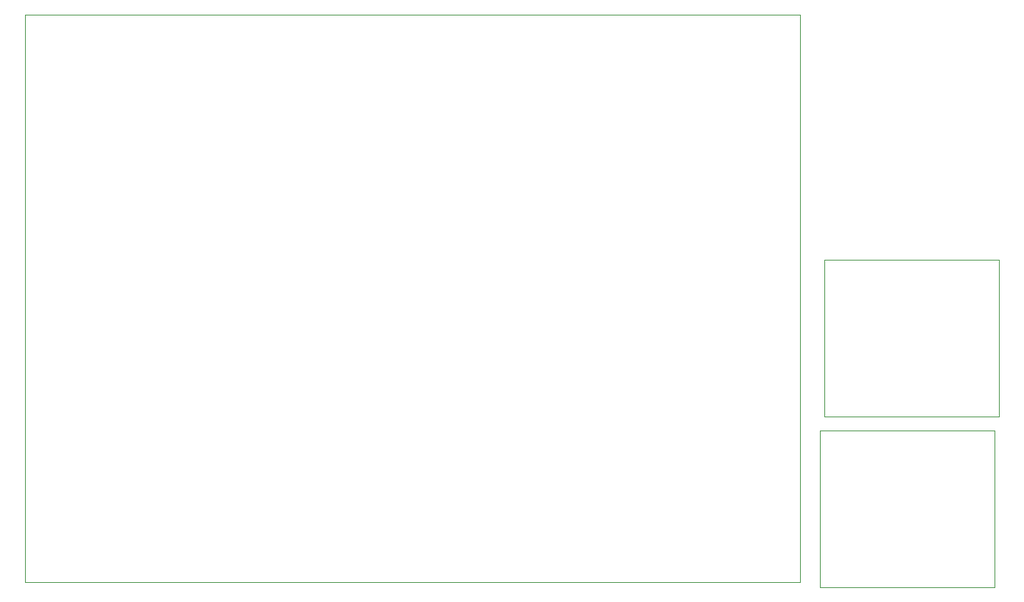
<source format=gm1>
G04 #@! TF.GenerationSoftware,KiCad,Pcbnew,(6.0.1)*
G04 #@! TF.CreationDate,2023-06-26T12:25:45-03:00*
G04 #@! TF.ProjectId,SRR-SCHEMATIC,5352522d-5343-4484-954d-415449432e6b,rev?*
G04 #@! TF.SameCoordinates,Original*
G04 #@! TF.FileFunction,Profile,NP*
%FSLAX46Y46*%
G04 Gerber Fmt 4.6, Leading zero omitted, Abs format (unit mm)*
G04 Created by KiCad (PCBNEW (6.0.1)) date 2023-06-26 12:25:45*
%MOMM*%
%LPD*%
G01*
G04 APERTURE LIST*
G04 #@! TA.AperFunction,Profile*
%ADD10C,0.100000*%
G04 #@! TD*
G04 APERTURE END LIST*
D10*
X213407500Y-81960000D02*
X193347500Y-81960000D01*
X193347500Y-81960000D02*
X193347500Y-100001800D01*
X193347500Y-100001800D02*
X213407500Y-100001800D01*
X213407500Y-100001800D02*
X213407500Y-81960000D01*
X101981000Y-34100000D02*
X191099000Y-34100000D01*
X191099000Y-34100000D02*
X191099000Y-99444000D01*
X191099000Y-99444000D02*
X101981000Y-99444000D01*
X101981000Y-99444000D02*
X101981000Y-34100000D01*
X213944200Y-62302300D02*
X193884200Y-62302300D01*
X193884200Y-62302300D02*
X193884200Y-80344100D01*
X193884200Y-80344100D02*
X213944200Y-80344100D01*
X213944200Y-80344100D02*
X213944200Y-62302300D01*
M02*

</source>
